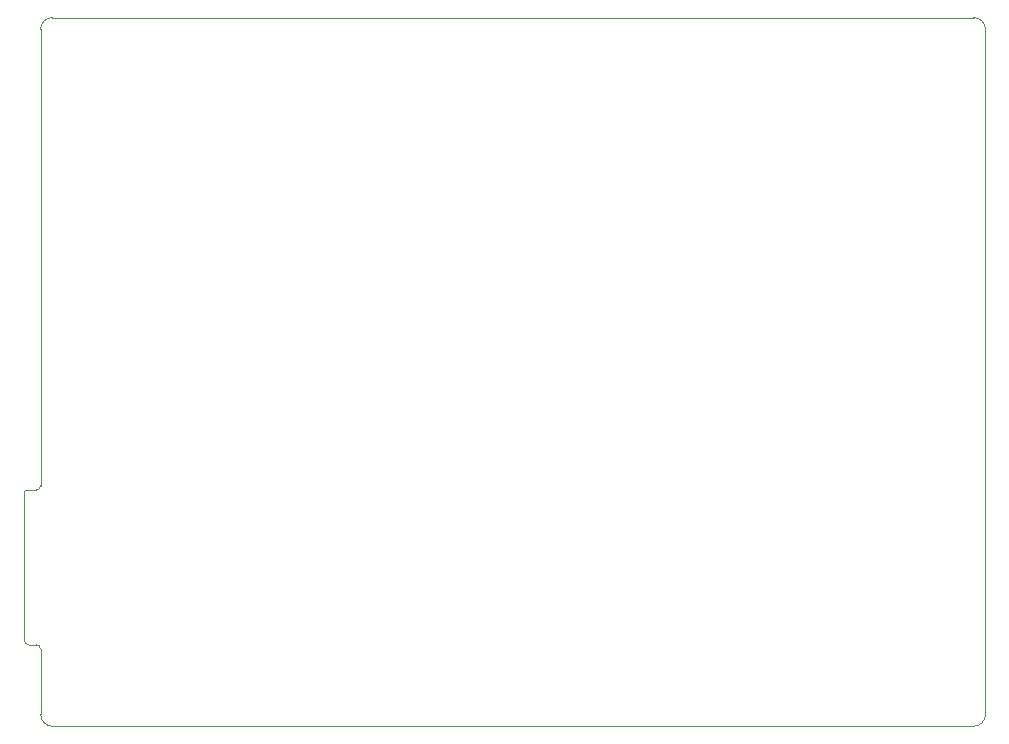
<source format=gbr>
%TF.GenerationSoftware,KiCad,Pcbnew,8.0.4*%
%TF.CreationDate,2024-10-12T17:49:04+01:00*%
%TF.ProjectId,MKRZero_V5.0,4d4b525a-6572-46f5-9f56-352e302e6b69,rev?*%
%TF.SameCoordinates,Original*%
%TF.FileFunction,Profile,NP*%
%FSLAX46Y46*%
G04 Gerber Fmt 4.6, Leading zero omitted, Abs format (unit mm)*
G04 Created by KiCad (PCBNEW 8.0.4) date 2024-10-12 17:49:04*
%MOMM*%
%LPD*%
G01*
G04 APERTURE LIST*
%TA.AperFunction,Profile*%
%ADD10C,0.010000*%
%TD*%
G04 APERTURE END LIST*
D10*
X0Y-39624000D02*
G75*
G02*
X-381000Y-40005000I-380999J-1D01*
G01*
X0Y-53467000D02*
X0Y-59000000D01*
X80000000Y-59000000D02*
G75*
G02*
X79000000Y-60000000I-1000000J0D01*
G01*
X-1016000Y-53086000D02*
X-381000Y-53086000D01*
X-1397000Y-40259000D02*
X-1397000Y-52705000D01*
X-1397000Y-40259000D02*
G75*
G02*
X-1143000Y-40005000I254000J0D01*
G01*
X79000000Y-60000000D02*
X1000000Y-60000000D01*
X-1016000Y-53086000D02*
G75*
G02*
X-1397000Y-52705000I-1J380999D01*
G01*
X0Y-1000000D02*
G75*
G02*
X1000000Y0I1000000J0D01*
G01*
X1000000Y-60000000D02*
G75*
G02*
X0Y-59000000I0J1000000D01*
G01*
X-381000Y-53086000D02*
G75*
G02*
X0Y-53467000I1J-380999D01*
G01*
X80000000Y-59000000D02*
X80000000Y-1000000D01*
X-381000Y-40005000D02*
X-1143000Y-40005000D01*
X79000000Y0D02*
G75*
G02*
X80000000Y-1000000I0J-1000000D01*
G01*
X1000000Y0D02*
X79000000Y0D01*
X0Y-39624000D02*
X0Y-1000000D01*
M02*

</source>
